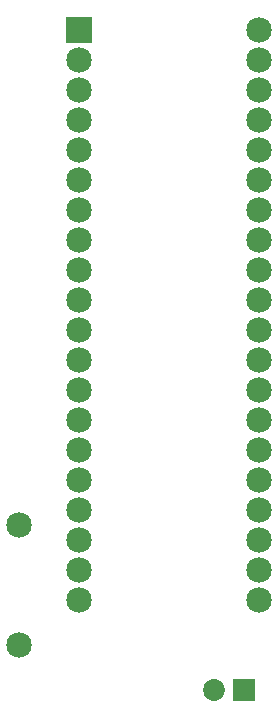
<source format=gbs>
G04 MADE WITH FRITZING*
G04 WWW.FRITZING.ORG*
G04 DOUBLE SIDED*
G04 HOLES PLATED*
G04 CONTOUR ON CENTER OF CONTOUR VECTOR*
%ASAXBY*%
%FSLAX23Y23*%
%MOIN*%
%OFA0B0*%
%SFA1.0B1.0*%
%ADD10C,0.085000*%
%ADD11C,0.072992*%
%ADD12R,0.085000X0.085000*%
%ADD13R,0.072992X0.072992*%
%LNMASK0*%
G90*
G70*
G54D10*
X404Y2355D03*
X1004Y2355D03*
X404Y2255D03*
X1004Y2255D03*
X404Y2155D03*
X1004Y2155D03*
X404Y2055D03*
X1004Y2055D03*
X404Y1955D03*
X1004Y1955D03*
X404Y1855D03*
X1004Y1855D03*
X404Y1755D03*
X1004Y1755D03*
X404Y1655D03*
X1004Y1655D03*
X404Y1555D03*
X1004Y1555D03*
X404Y1455D03*
X1004Y1455D03*
X404Y1355D03*
X1004Y1355D03*
X404Y1255D03*
X1004Y1255D03*
X404Y1155D03*
X1004Y1155D03*
X404Y1055D03*
X1004Y1055D03*
X404Y955D03*
X1004Y955D03*
X404Y855D03*
X1004Y855D03*
X404Y755D03*
X1004Y755D03*
X404Y655D03*
X1004Y655D03*
X404Y555D03*
X1004Y555D03*
X404Y455D03*
X1004Y455D03*
X204Y705D03*
X204Y305D03*
G54D11*
X952Y155D03*
X854Y155D03*
G54D12*
X404Y2355D03*
G54D13*
X952Y155D03*
G04 End of Mask0*
M02*
</source>
